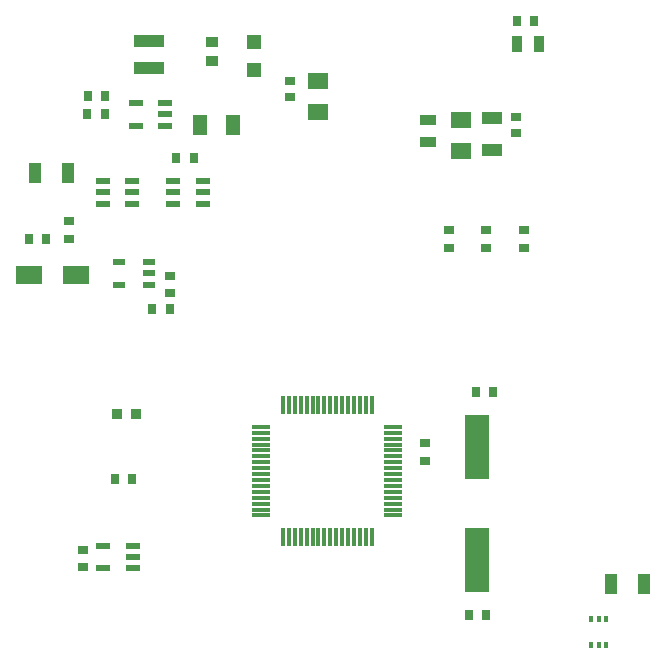
<source format=gbp>
G04*
G04 #@! TF.GenerationSoftware,Altium Limited,Altium Designer,22.6.1 (34)*
G04*
G04 Layer_Color=128*
%FSLAX25Y25*%
%MOIN*%
G70*
G04*
G04 #@! TF.SameCoordinates,DDC90878-0471-41C9-9F99-EECD3968BD0F*
G04*
G04*
G04 #@! TF.FilePolarity,Positive*
G04*
G01*
G75*
%ADD17R,0.02874X0.03701*%
%ADD18R,0.07165X0.04213*%
%ADD21R,0.03543X0.02756*%
%ADD24R,0.04213X0.07165*%
%ADD27R,0.03701X0.02874*%
%ADD29R,0.02756X0.03543*%
%ADD75R,0.01575X0.02362*%
%ADD76R,0.10000X0.04016*%
%ADD77R,0.04921X0.02362*%
%ADD78R,0.04528X0.04528*%
%ADD79R,0.03937X0.03740*%
%ADD80R,0.05136X0.07111*%
%ADD81R,0.01181X0.06299*%
%ADD82R,0.06299X0.01181*%
%ADD83R,0.07087X0.05512*%
%ADD84R,0.05512X0.03740*%
%ADD85R,0.03740X0.05512*%
%ADD86R,0.03543X0.02559*%
%ADD87R,0.04528X0.02362*%
%ADD88R,0.02559X0.03543*%
%ADD89R,0.03543X0.03740*%
%ADD90R,0.08858X0.06299*%
%ADD91R,0.04134X0.02165*%
%ADD92R,0.04724X0.02362*%
%ADD93R,0.07874X0.21654*%
D17*
X306295Y283000D02*
D03*
X300705D02*
D03*
X316705Y481000D02*
D03*
X322295D02*
D03*
X173705Y456000D02*
D03*
X179295D02*
D03*
X154205Y408500D02*
D03*
X159795D02*
D03*
X308795Y357500D02*
D03*
X303205D02*
D03*
D18*
X308500Y448933D02*
D03*
Y438067D02*
D03*
D21*
X172000Y299047D02*
D03*
Y304953D02*
D03*
X167500Y414453D02*
D03*
Y408547D02*
D03*
X286000Y340453D02*
D03*
Y334547D02*
D03*
D24*
X358933Y293500D02*
D03*
X348067D02*
D03*
X166933Y430500D02*
D03*
X156067D02*
D03*
D27*
X241000Y455705D02*
D03*
Y461295D02*
D03*
X316500Y443705D02*
D03*
Y449295D02*
D03*
X201138Y390489D02*
D03*
Y396080D02*
D03*
D29*
X173547Y450000D02*
D03*
X179453D02*
D03*
X203047Y435434D02*
D03*
X208953D02*
D03*
X201091Y385000D02*
D03*
X195185D02*
D03*
D75*
X341362Y281732D02*
D03*
X343921D02*
D03*
X346480D02*
D03*
Y273268D02*
D03*
X343921D02*
D03*
X341362D02*
D03*
D76*
X194000Y465631D02*
D03*
Y474647D02*
D03*
D77*
X199421Y453740D02*
D03*
Y450000D02*
D03*
Y446260D02*
D03*
X189579D02*
D03*
Y453740D02*
D03*
X178907Y306240D02*
D03*
Y298760D02*
D03*
X188749D02*
D03*
Y302500D02*
D03*
Y306240D02*
D03*
D78*
X229000Y474000D02*
D03*
Y464748D02*
D03*
D79*
X215000Y474000D02*
D03*
Y467701D02*
D03*
D80*
X210985Y446500D02*
D03*
X222015D02*
D03*
D81*
X268264Y309050D02*
D03*
X266295D02*
D03*
X264327D02*
D03*
X262358D02*
D03*
X260390D02*
D03*
X258421D02*
D03*
X256453D02*
D03*
X254484D02*
D03*
X252516D02*
D03*
X250547D02*
D03*
X248579D02*
D03*
X246610D02*
D03*
X244642D02*
D03*
X242673D02*
D03*
X240705D02*
D03*
X238736D02*
D03*
Y353145D02*
D03*
X240705D02*
D03*
X242673D02*
D03*
X244642D02*
D03*
X246610D02*
D03*
X248579D02*
D03*
X250547D02*
D03*
X252516D02*
D03*
X254484D02*
D03*
X256453D02*
D03*
X258421D02*
D03*
X260390D02*
D03*
X262358D02*
D03*
X264327D02*
D03*
X266295D02*
D03*
X268264D02*
D03*
D82*
X231453Y316334D02*
D03*
Y318302D02*
D03*
Y320271D02*
D03*
Y322239D02*
D03*
Y324208D02*
D03*
Y326176D02*
D03*
Y328145D02*
D03*
Y330113D02*
D03*
Y332082D02*
D03*
Y334050D02*
D03*
Y336019D02*
D03*
Y337987D02*
D03*
Y339956D02*
D03*
Y341924D02*
D03*
Y343893D02*
D03*
Y345861D02*
D03*
X275547D02*
D03*
Y343893D02*
D03*
Y341924D02*
D03*
Y339956D02*
D03*
Y337987D02*
D03*
Y336019D02*
D03*
Y334050D02*
D03*
Y332082D02*
D03*
Y330113D02*
D03*
Y328145D02*
D03*
Y326176D02*
D03*
Y324208D02*
D03*
Y322239D02*
D03*
Y320271D02*
D03*
Y318302D02*
D03*
Y316334D02*
D03*
D83*
X298000Y437882D02*
D03*
Y448118D02*
D03*
X250500Y461000D02*
D03*
Y450764D02*
D03*
D84*
X287000Y440760D02*
D03*
Y448240D02*
D03*
D85*
X316760Y473500D02*
D03*
X324240D02*
D03*
D86*
X319000Y411354D02*
D03*
Y405646D02*
D03*
X294000Y411354D02*
D03*
Y405646D02*
D03*
X306500Y411354D02*
D03*
Y405646D02*
D03*
D87*
X202079Y427740D02*
D03*
Y424000D02*
D03*
Y420260D02*
D03*
X211921D02*
D03*
Y424000D02*
D03*
Y427740D02*
D03*
D88*
X182646Y328500D02*
D03*
X188354D02*
D03*
D89*
X183350Y350000D02*
D03*
X189650D02*
D03*
D90*
X169874Y396500D02*
D03*
X154126D02*
D03*
D91*
X184216Y400740D02*
D03*
Y393260D02*
D03*
X194059D02*
D03*
Y397000D02*
D03*
Y400740D02*
D03*
D92*
X178579Y427740D02*
D03*
Y424000D02*
D03*
Y420260D02*
D03*
X188421D02*
D03*
Y424000D02*
D03*
Y427740D02*
D03*
D93*
X303500Y301597D02*
D03*
Y338999D02*
D03*
M02*

</source>
